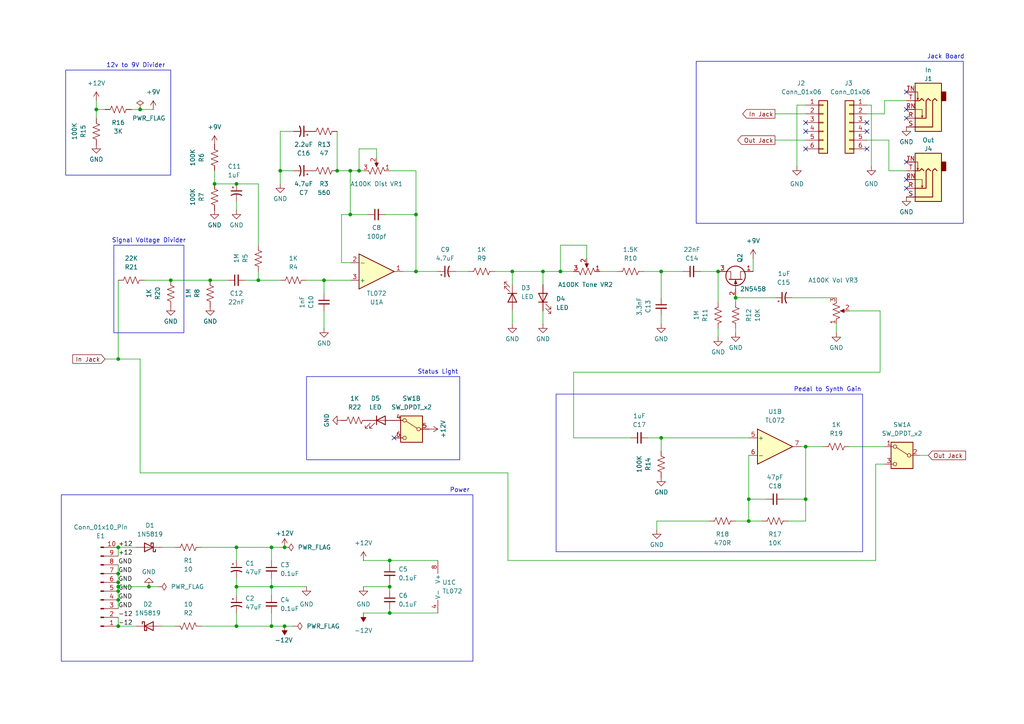
<source format=kicad_sch>
(kicad_sch (version 20250114) (generator "eeschema") (generator_version "9.0")
  (paper "A4")
  (title_block (title "Cat Distortion") (rev "1"))
  (lib_symbols
    (symbol "Amplifier_Operational:TL072" (pin_names (offset 0.127))
      (property "Reference" "U" (at 0 5.08 0))
      (property "Value" "TL072" (at 0 -5.08 0))
      (symbol "TL072_1_1"
        (pin input line (at -7.62 2.54 0) (length 2.54) (name "+") (number "3"))
        (pin input line (at -7.62 -2.54 0) (length 2.54) (name "-") (number "2"))
        (pin output line (at 7.62 0 180) (length 2.54) (name "~") (number "1"))
      )
      (symbol "TL072_2_1"
        (pin input line (at -7.62 2.54 0) (length 2.54) (name "+") (number "5"))
        (pin input line (at -7.62 -2.54 0) (length 2.54) (name "-") (number "6"))
        (pin output line (at 7.62 0 180) (length 2.54) (name "~") (number "7"))
      )
      (symbol "TL072_3_1"
        (pin power_in line (at -2.54 7.62 270) (length 3.81) (name "V+") (number "8"))
        (pin power_in line (at -2.54 -7.62 90) (length 3.81) (name "V-") (number "4"))
      )
    )
    (symbol "Connector:Conn_01x10_Pin" (pin_names (offset 1.016) (hide yes))
      (property "Reference" "J" (at 0 12.7 0))
      (property "Value" "Conn_01x10_Pin" (at 0 -15.24 0))
      (symbol "Conn_01x10_Pin_1_1"
        (pin passive line (at 5.08 10.16 180) (length 3.81) (name "Pin_1") (number "1"))
        (pin passive line (at 5.08 7.62 180) (length 3.81) (name "Pin_2") (number "2"))
        (pin passive line (at 5.08 5.08 180) (length 3.81) (name "Pin_3") (number "3"))
        (pin passive line (at 5.08 2.54 180) (length 3.81) (name "Pin_4") (number "4"))
        (pin passive line (at 5.08 0 180) (length 3.81) (name "Pin_5") (number "5"))
        (pin passive line (at 5.08 -2.54 180) (length 3.81) (name "Pin_6") (number "6"))
        (pin passive line (at 5.08 -5.08 180) (length 3.81) (name "Pin_7") (number "7"))
        (pin passive line (at 5.08 -7.62 180) (length 3.81) (name "Pin_8") (number "8"))
        (pin passive line (at 5.08 -10.16 180) (length 3.81) (name "Pin_9") (number "9"))
        (pin passive line (at 5.08 -12.7 180) (length 3.81) (name "Pin_10") (number "10"))
      )
    )
    (symbol "Connector_Audio:AudioJack3_SwitchTR"
      (property "Reference" "J" (at 0 8.89 0))
      (property "Value" "AudioJack3_SwitchTR" (at 0 6.35 0))
      (symbol "AudioJack3_SwitchTR_1_1"
        (pin passive line (at 5.08 2.54 180) (length 2.54) (name "~") (number "S"))
        (pin passive line (at 5.08 0 180) (length 2.54) (name "~") (number "R"))
        (pin passive line (at 5.08 -2.54 180) (length 2.54) (name "~") (number "RN"))
        (pin passive line (at 5.08 -5.08 180) (length 2.54) (name "~") (number "T"))
        (pin passive line (at 5.08 -7.62 180) (length 2.54) (name "~") (number "TN"))
      )
    )
    (symbol "Connector_Generic:Conn_01x06" (pin_names (offset 1.016) (hide yes))
      (property "Reference" "J" (at 0 7.62 0))
      (property "Value" "Conn_01x06" (at 0 -10.16 0))
      (symbol "Conn_01x06_1_1"
        (pin passive line (at -5.08 5.08 0) (length 3.81) (name "Pin_1") (number "1"))
        (pin passive line (at -5.08 2.54 0) (length 3.81) (name "Pin_2") (number "2"))
        (pin passive line (at -5.08 0 0) (length 3.81) (name "Pin_3") (number "3"))
        (pin passive line (at -5.08 -2.54 0) (length 3.81) (name "Pin_4") (number "4"))
        (pin passive line (at -5.08 -5.08 0) (length 3.81) (name "Pin_5") (number "5"))
        (pin passive line (at -5.08 -7.62 0) (length 3.81) (name "Pin_6") (number "6"))
      )
    )
    (symbol "Device:C_Polarized_Small_US" (pin_numbers (hide yes)) (pin_names (offset 0.254) (hide yes))
      (property "Reference" "C" (at 0.254 1.778 0))
      (property "Value" "C_Polarized_Small_US" (at 0.254 -2.032 0))
      (symbol "C_Polarized_Small_US_1_1"
        (pin passive line (at 0 2.54 270) (length 2.032) (name "~") (number "1"))
        (pin passive line (at 0 -2.54 90) (length 2.032) (name "~") (number "2"))
      )
    )
    (symbol "Device:C_Small" (pin_numbers (hide yes)) (pin_names (offset 0.254) (hide yes))
      (property "Reference" "C" (at 0.254 1.778 0))
      (property "Value" "C_Small" (at 0.254 -2.032 0))
      (symbol "C_Small_1_1"
        (pin passive line (at 0 2.54 270) (length 2.032) (name "~") (number "1"))
        (pin passive line (at 0 -2.54 90) (length 2.032) (name "~") (number "2"))
      )
    )
    (symbol "Device:LED" (pin_numbers (hide yes)) (pin_names (offset 1.016) (hide yes))
      (property "Reference" "D" (at 0 2.54 0))
      (property "Value" "LED" (at 0 -2.54 0))
      (symbol "LED_1_1"
        (pin passive line (at -3.81 0 0) (length 2.54) (name "K") (number "1"))
        (pin passive line (at 3.81 0 180) (length 2.54) (name "A") (number "2"))
      )
    )
    (symbol "Device:R_Potentiometer_US" (pin_names (offset 1.016) (hide yes))
      (property "Reference" "RV" (at -4.445 0 90))
      (property "Value" "R_Potentiometer_US" (at -2.54 0 90))
      (symbol "R_Potentiometer_US_1_1"
        (pin passive line (at 0 3.81 270) (length 1.27) (name "1") (number "1"))
        (pin passive line (at 0 -3.81 90) (length 1.27) (name "3") (number "3"))
        (pin passive line (at 3.81 0 180) (length 1.27) (name "2") (number "2"))
      )
    )
    (symbol "Device:R_US" (pin_numbers (hide yes)) (pin_names (offset 0))
      (property "Reference" "R" (at 2.54 0 90))
      (property "Value" "R_US" (at -2.54 0 90))
      (symbol "R_US_1_1"
        (pin passive line (at 0 3.81 270) (length 1.27) (name "~") (number "1"))
        (pin passive line (at 0 -3.81 90) (length 1.27) (name "~") (number "2"))
      )
    )
    (symbol "Diode:1N5819" (pin_numbers (hide yes)) (pin_names (offset 1.016) (hide yes))
      (property "Reference" "D" (at 0 2.54 0))
      (property "Value" "1N5819" (at 0 -2.54 0))
      (symbol "1N5819_1_1"
        (pin passive line (at -3.81 0 0) (length 2.54) (name "K") (number "1"))
        (pin passive line (at 3.81 0 180) (length 2.54) (name "A") (number "2"))
      )
    )
    (symbol "Switch:SW_DPDT_x2" (pin_names (offset 0) (hide yes))
      (property "Reference" "SW" (at 0 5.08 0))
      (property "Value" "SW_DPDT_x2" (at 0 -5.08 0))
      (symbol "SW_DPDT_x2_1_1"
        (pin passive line (at -5.08 0 0) (length 2.54) (name "B") (number "2"))
        (pin passive line (at 5.08 2.54 180) (length 2.54) (name "A") (number "1"))
        (pin passive line (at 5.08 -2.54 180) (length 2.54) (name "C") (number "3"))
      )
      (symbol "SW_DPDT_x2_2_1"
        (pin passive line (at -5.08 0 0) (length 2.54) (name "B") (number "5"))
        (pin passive line (at 5.08 2.54 180) (length 2.54) (name "A") (number "4"))
        (pin passive line (at 5.08 -2.54 180) (length 2.54) (name "C") (number "6"))
      )
    )
    (symbol "Transistor_FET:2N3819" (pin_names (hide yes))
      (property "Reference" "Q" (at 5.08 1.905 0))
      (property "Value" "2N3819" (at 5.08 0 0))
      (symbol "2N3819_1_1"
        (pin input line (at -5.08 0 0) (length 2.54) (name "G") (number "2"))
        (pin passive line (at 2.54 5.08 270) (length 2.54) (name "D") (number "1"))
        (pin passive line (at 2.54 -5.08 90) (length 2.54) (name "S") (number "3"))
      )
    )
    (symbol "power:+12V" (power) (pin_numbers (hide yes)) (pin_names (offset 0) (hide yes))
      (property "Value" "+12V" (at 0 3.556 0))
      (symbol "+12V_1_1"
        (pin power_in line (at 0 0 90) (length 0) (name "~") (number "1"))
      )
    )
    (symbol "power:+9V" (power) (pin_numbers (hide yes)) (pin_names (offset 0) (hide yes))
      (property "Value" "+9V" (at 0 3.556 0))
      (symbol "+9V_1_1"
        (pin power_in line (at 0 0 90) (length 0) (name "~") (number "1"))
      )
    )
    (symbol "power:-12V" (power) (pin_numbers (hide yes)) (pin_names (offset 0) (hide yes))
      (property "Value" "-12V" (at 0 3.556 0))
      (symbol "-12V_0_0"
        (pin power_in line (at 0 0 90) (length 0) (name "~") (number "1"))
      )
    )
    (symbol "power:GND" (power) (pin_numbers (hide yes)) (pin_names (offset 0) (hide yes))
      (property "Value" "GND" (at 0 -3.81 0))
      (symbol "GND_1_1"
        (pin power_in line (at 0 0 270) (length 0) (name "~") (number "1"))
      )
    )
    (symbol "power:PWR_FLAG" (power) (pin_numbers (hide yes)) (pin_names (offset 0) (hide yes))
      (property "Value" "PWR_FLAG" (at 0 3.81 0))
      (symbol "PWR_FLAG_0_0"
        (pin power_out line (at 0 0 90) (length 0) (name "~") (number "1"))
      )
    )
  )
  (rectangle (start 161.29 114.3) (end 250.19 160.02))
  (rectangle (start 17.78 143.51) (end 137.16 191.77))
  (rectangle (start 201.93 17.78) (end 279.4 64.77))
  (rectangle (start 33.02 71.12) (end 53.34 96.52))
  (rectangle (start 19.05 20.32) (end 49.53 50.8))
  (rectangle (start 88.9 109.22) (end 133.35 133.35))
  (text "Pedal to Synth Gain" (at 240.03 113.03 0) (effects (font (size 1.27 1.27))))
  (text "12v to 9V Divider\n" (at 39.37 19.05 0) (effects (font (size 1.27 1.27))))
  (text "Status Light\n" (at 127 107.95 0) (effects (font (size 1.27 1.27))))
  (text "Signal Voltage Divider" (at 43.18 69.85 0) (effects (font (size 1.27 1.27))))
  (text "Jack Board" (at 274.32 16.51 0) (effects (font (size 1.27 1.27))))
  (text "Power\n" (at 133.35 142.24 0) (effects (font (size 1.27 1.27))))
  (junction (at 68.58 53.34))
  (junction (at 208.28 78.74))
  (junction (at 78.74 170.18))
  (junction (at 78.74 158.75))
  (junction (at 104.14 49.53))
  (junction (at 34.29 170.18))
  (junction (at 162.56 78.74))
  (junction (at 191.77 127))
  (junction (at 68.58 158.75))
  (junction (at 120.65 62.23))
  (junction (at 27.94 31.75))
  (junction (at 68.58 181.61))
  (junction (at 101.6 49.53))
  (junction (at 74.93 81.28))
  (junction (at 34.29 181.61))
  (junction (at 113.03 162.56))
  (junction (at 157.48 78.74))
  (junction (at 191.77 78.74))
  (junction (at 78.74 181.61))
  (junction (at 34.29 166.37))
  (junction (at 101.6 62.23))
  (junction (at 217.17 144.78))
  (junction (at 233.68 144.78))
  (junction (at 233.68 129.54))
  (junction (at 82.55 158.75))
  (junction (at 34.29 158.75))
  (junction (at 213.36 86.36))
  (junction (at 34.29 173.99))
  (junction (at 97.79 49.53))
  (junction (at 40.64 31.75))
  (junction (at 120.65 78.74))
  (junction (at 113.03 177.8))
  (junction (at 34.29 171.45))
  (junction (at 93.98 81.28))
  (junction (at 81.28 49.53))
  (junction (at 34.29 168.91))
  (junction (at 49.53 81.28))
  (junction (at 34.29 104.14))
  (junction (at 82.55 181.61))
  (junction (at 68.58 170.18))
  (junction (at 62.23 53.34))
  (junction (at 148.59 78.74))
  (junction (at 217.17 151.13))
  (junction (at 60.96 81.28))
  (junction (at 43.18 170.18))
  (junction (at 113.03 170.18))
  (no_connect (at 262.89 46.99))
  (no_connect (at 251.46 35.56))
  (no_connect (at 251.46 38.1))
  (no_connect (at 233.68 38.1))
  (no_connect (at 233.68 43.18))
  (no_connect (at 262.89 26.67))
  (no_connect (at 251.46 43.18))
  (no_connect (at 262.89 52.07))
  (no_connect (at 233.68 35.56))
  (no_connect (at 262.89 34.29))
  (no_connect (at 114.3 127))
  (no_connect (at 262.89 31.75))
  (no_connect (at 262.89 54.61))
  (wire (pts (xy 255.27 90.17) (xy 255.27 107.95)))
  (wire (pts (xy 191.77 78.74) (xy 198.12 78.74)))
  (wire (pts (xy 147.32 162.56) (xy 147.32 137.16)))
  (wire (pts (xy 120.65 62.23) (xy 111.76 62.23)))
  (wire (pts (xy 251.46 40.64) (xy 257.81 40.64)))
  (wire (pts (xy 252.73 30.48) (xy 252.73 48.26)))
  (wire (pts (xy 68.58 181.61) (xy 78.74 181.61)))
  (wire (pts (xy 78.74 170.18) (xy 88.9 170.18)))
  (wire (pts (xy 170.18 71.12) (xy 162.56 71.12)))
  (wire (pts (xy 34.29 168.91) (xy 34.29 166.37)))
  (wire (pts (xy 120.65 62.23) (xy 120.65 78.74)))
  (wire (pts (xy 147.32 137.16) (xy 40.64 137.16)))
  (wire (pts (xy 213.36 151.13) (xy 217.17 151.13)))
  (wire (pts (xy 101.6 81.28) (xy 93.98 81.28)))
  (wire (pts (xy 246.38 90.17) (xy 255.27 90.17)))
  (wire (pts (xy 30.48 104.14) (xy 34.29 104.14)))
  (wire (pts (xy 256.54 29.21) (xy 262.89 29.21)))
  (wire (pts (xy 68.58 158.75) (xy 68.58 162.56)))
  (wire (pts (xy 68.58 170.18) (xy 68.58 172.72)))
  (wire (pts (xy 81.28 53.34) (xy 81.28 49.53)))
  (wire (pts (xy 217.17 144.78) (xy 217.17 151.13)))
  (wire (pts (xy 88.9 81.28) (xy 93.98 81.28)))
  (wire (pts (xy 71.12 81.28) (xy 74.93 81.28)))
  (wire (pts (xy 85.09 38.1) (xy 81.28 38.1)))
  (wire (pts (xy 34.29 173.99) (xy 34.29 171.45)))
  (wire (pts (xy 34.29 166.37) (xy 34.29 163.83)))
  (wire (pts (xy 224.79 33.02) (xy 233.68 33.02)))
  (wire (pts (xy 213.36 86.36) (xy 224.79 86.36)))
  (wire (pts (xy 191.77 127) (xy 217.17 127)))
  (wire (pts (xy 74.93 81.28) (xy 74.93 78.74)))
  (wire (pts (xy 58.42 181.61) (xy 68.58 181.61)))
  (wire (pts (xy 217.17 151.13) (xy 220.98 151.13)))
  (wire (pts (xy 242.57 93.98) (xy 242.57 96.52)))
  (wire (pts (xy 113.03 162.56) (xy 113.03 163.83)))
  (wire (pts (xy 213.36 86.36) (xy 213.36 87.63)))
  (wire (pts (xy 68.58 170.18) (xy 78.74 170.18)))
  (wire (pts (xy 229.87 86.36) (xy 242.57 86.36)))
  (wire (pts (xy 34.29 181.61) (xy 39.37 181.61)))
  (wire (pts (xy 208.28 78.74) (xy 208.28 87.63)))
  (wire (pts (xy 233.68 30.48) (xy 231.14 30.48)))
  (wire (pts (xy 97.79 38.1) (xy 97.79 49.53)))
  (wire (pts (xy 43.18 170.18) (xy 45.72 170.18)))
  (wire (pts (xy 105.41 177.8) (xy 113.03 177.8)))
  (wire (pts (xy 74.93 81.28) (xy 81.28 81.28)))
  (wire (pts (xy 113.03 162.56) (xy 127 162.56)))
  (wire (pts (xy 266.7 132.08) (xy 269.24 132.08)))
  (wire (pts (xy 62.23 53.34) (xy 68.58 53.34)))
  (wire (pts (xy 162.56 71.12) (xy 162.56 78.74)))
  (wire (pts (xy 208.28 95.25) (xy 208.28 97.79)))
  (wire (pts (xy 254 162.56) (xy 147.32 162.56)))
  (wire (pts (xy 78.74 170.18) (xy 78.74 172.72)))
  (wire (pts (xy 34.29 104.14) (xy 40.64 104.14)))
  (wire (pts (xy 191.77 78.74) (xy 186.69 78.74)))
  (wire (pts (xy 68.58 158.75) (xy 78.74 158.75)))
  (wire (pts (xy 34.29 176.53) (xy 34.29 173.99)))
  (wire (pts (xy 34.29 81.28) (xy 34.29 104.14)))
  (wire (pts (xy 104.14 43.18) (xy 104.14 49.53)))
  (wire (pts (xy 256.54 33.02) (xy 256.54 29.21)))
  (wire (pts (xy 246.38 129.54) (xy 256.54 129.54)))
  (wire (pts (xy 101.6 62.23) (xy 99.06 62.23)))
  (wire (pts (xy 78.74 177.8) (xy 78.74 181.61)))
  (wire (pts (xy 157.48 78.74) (xy 162.56 78.74)))
  (wire (pts (xy 81.28 38.1) (xy 81.28 49.53)))
  (wire (pts (xy 38.1 31.75) (xy 40.64 31.75)))
  (wire (pts (xy 41.91 81.28) (xy 49.53 81.28)))
  (wire (pts (xy 34.29 170.18) (xy 43.18 170.18)))
  (wire (pts (xy 101.6 62.23) (xy 106.68 62.23)))
  (wire (pts (xy 34.29 181.61) (xy 34.29 179.07)))
  (wire (pts (xy 132.08 78.74) (xy 135.89 78.74)))
  (wire (pts (xy 97.79 49.53) (xy 101.6 49.53)))
  (wire (pts (xy 233.68 129.54) (xy 232.41 129.54)))
  (wire (pts (xy 191.77 86.36) (xy 191.77 78.74)))
  (wire (pts (xy 113.03 177.8) (xy 127 177.8)))
  (wire (pts (xy 254 134.62) (xy 254 162.56)))
  (wire (pts (xy 191.77 127) (xy 191.77 130.81)))
  (wire (pts (xy 58.42 158.75) (xy 68.58 158.75)))
  (wire (pts (xy 251.46 33.02) (xy 256.54 33.02)))
  (wire (pts (xy 40.64 31.75) (xy 44.45 31.75)))
  (wire (pts (xy 93.98 90.17) (xy 93.98 95.25)))
  (wire (pts (xy 99.06 76.2) (xy 99.06 62.23)))
  (wire (pts (xy 233.68 151.13) (xy 233.68 144.78)))
  (wire (pts (xy 162.56 78.74) (xy 166.37 78.74)))
  (wire (pts (xy 109.22 45.72) (xy 109.22 43.18)))
  (wire (pts (xy 27.94 29.21) (xy 27.94 31.75)))
  (wire (pts (xy 257.81 40.64) (xy 257.81 49.53)))
  (wire (pts (xy 78.74 158.75) (xy 82.55 158.75)))
  (wire (pts (xy 34.29 161.29) (xy 34.29 158.75)))
  (wire (pts (xy 170.18 74.93) (xy 170.18 71.12)))
  (wire (pts (xy 74.93 71.12) (xy 74.93 53.34)))
  (wire (pts (xy 190.5 151.13) (xy 205.74 151.13)))
  (wire (pts (xy 105.41 162.56) (xy 113.03 162.56)))
  (wire (pts (xy 105.41 170.18) (xy 113.03 170.18)))
  (wire (pts (xy 228.6 151.13) (xy 233.68 151.13)))
  (wire (pts (xy 224.79 40.64) (xy 233.68 40.64)))
  (wire (pts (xy 157.48 82.55) (xy 157.48 78.74)))
  (wire (pts (xy 34.29 170.18) (xy 34.29 171.45)))
  (wire (pts (xy 101.6 62.23) (xy 101.6 49.53)))
  (wire (pts (xy 104.14 49.53) (xy 105.41 49.53)))
  (wire (pts (xy 231.14 30.48) (xy 231.14 48.26)))
  (wire (pts (xy 46.99 158.75) (xy 50.8 158.75)))
  (wire (pts (xy 148.59 82.55) (xy 148.59 78.74)))
  (wire (pts (xy 101.6 49.53) (xy 104.14 49.53)))
  (wire (pts (xy 68.58 58.42) (xy 68.58 60.96)))
  (wire (pts (xy 68.58 167.64) (xy 68.58 170.18)))
  (wire (pts (xy 233.68 129.54) (xy 238.76 129.54)))
  (wire (pts (xy 49.53 81.28) (xy 60.96 81.28)))
  (wire (pts (xy 46.99 181.61) (xy 50.8 181.61)))
  (wire (pts (xy 251.46 30.48) (xy 252.73 30.48)))
  (wire (pts (xy 68.58 177.8) (xy 68.58 181.61)))
  (wire (pts (xy 113.03 176.53) (xy 113.03 177.8)))
  (wire (pts (xy 191.77 91.44) (xy 191.77 93.98)))
  (wire (pts (xy 78.74 158.75) (xy 78.74 162.56)))
  (wire (pts (xy 99.06 76.2) (xy 101.6 76.2)))
  (wire (pts (xy 82.55 181.61) (xy 85.09 181.61)))
  (wire (pts (xy 34.29 158.75) (xy 39.37 158.75)))
  (wire (pts (xy 120.65 49.53) (xy 120.65 62.23)))
  (wire (pts (xy 60.96 81.28) (xy 66.04 81.28)))
  (wire (pts (xy 30.48 31.75) (xy 27.94 31.75)))
  (wire (pts (xy 213.36 95.25) (xy 213.36 96.52)))
  (wire (pts (xy 148.59 78.74) (xy 143.51 78.74)))
  (wire (pts (xy 255.27 107.95) (xy 166.37 107.95)))
  (wire (pts (xy 34.29 168.91) (xy 34.29 170.18)))
  (wire (pts (xy 217.17 144.78) (xy 222.25 144.78)))
  (wire (pts (xy 187.96 127) (xy 191.77 127)))
  (wire (pts (xy 78.74 181.61) (xy 82.55 181.61)))
  (wire (pts (xy 74.93 53.34) (xy 68.58 53.34)))
  (wire (pts (xy 93.98 81.28) (xy 93.98 85.09)))
  (wire (pts (xy 166.37 107.95) (xy 166.37 127)))
  (wire (pts (xy 157.48 90.17) (xy 157.48 93.98)))
  (wire (pts (xy 257.81 49.53) (xy 262.89 49.53)))
  (wire (pts (xy 157.48 78.74) (xy 148.59 78.74)))
  (wire (pts (xy 218.44 74.93) (xy 218.44 78.74)))
  (wire (pts (xy 256.54 134.62) (xy 254 134.62)))
  (wire (pts (xy 113.03 49.53) (xy 120.65 49.53)))
  (wire (pts (xy 27.94 31.75) (xy 27.94 34.29)))
  (wire (pts (xy 190.5 151.13) (xy 190.5 153.67)))
  (wire (pts (xy 40.64 137.16) (xy 40.64 104.14)))
  (wire (pts (xy 148.59 90.17) (xy 148.59 93.98)))
  (wire (pts (xy 166.37 127) (xy 182.88 127)))
  (wire (pts (xy 78.74 167.64) (xy 78.74 170.18)))
  (wire (pts (xy 120.65 78.74) (xy 127 78.74)))
  (wire (pts (xy 227.33 144.78) (xy 233.68 144.78)))
  (wire (pts (xy 113.03 168.91) (xy 113.03 170.18)))
  (wire (pts (xy 173.99 78.74) (xy 179.07 78.74)))
  (wire (pts (xy 116.84 78.74) (xy 120.65 78.74)))
  (wire (pts (xy 113.03 170.18) (xy 113.03 171.45)))
  (wire (pts (xy 208.28 78.74) (xy 203.2 78.74)))
  (wire (pts (xy 233.68 144.78) (xy 233.68 129.54)))
  (wire (pts (xy 109.22 43.18) (xy 104.14 43.18)))
  (wire (pts (xy 217.17 132.08) (xy 217.17 144.78)))
  (wire (pts (xy 81.28 49.53) (xy 85.09 49.53)))
  (wire (pts (xy 62.23 49.53) (xy 62.23 53.34)))
  (label "GND" (at 34.29 173.99 0))
  (label "GND" (at 34.29 166.37 0))
  (label "+12" (at 34.29 158.75 0))
  (label "-12" (at 34.29 179.07 0))
  (label "+12" (at 34.29 161.29 0))
  (label "GND" (at 34.29 171.45 0))
  (label "GND" (at 34.29 176.53 0))
  (label "GND" (at 34.29 168.91 0))
  (label "GND" (at 34.29 163.83 0))
  (label "-12" (at 34.29 181.61 0))
  (global_label "Out Jack" (shape input) (at 269.24 132.08 0) (property "Intersheetrefs" "${INTERSHEET_REFS}" (effects (hide yes))))
  (global_label "In Jack" (shape output) (at 224.79 33.02 180) (property "Intersheetrefs" "${INTERSHEET_REFS}" (effects (hide yes))))
  (global_label "Out Jack" (shape output) (at 224.79 40.64 180) (property "Intersheetrefs" "${INTERSHEET_REFS}" (effects (hide yes))))
  (global_label "In Jack" (shape input) (at 30.48 104.14 180) (property "Intersheetrefs" "${INTERSHEET_REFS}" (effects (hide yes))))
  (symbol (lib_id "Device:C_Small") (at 68.58 81.28 90) (unit 1)
    (property "Reference" "C12" (at 68.58 85.09 90))
    (property "Value" "22nF" (at 68.58 87.63 90))
    (property "Footprint" "AO_tht:C_Rect_L7.2mm_W2.5mm_P5.00mm_FKS2_FKP2_MKS2_MKP2" (effects (hide yes)))
    (property "Description" "Unpolarized capacitor, small symbol" (effects (hide yes)))
  )
  (symbol (lib_id "Device:R_US") (at 242.57 129.54 270) (unit 1)
    (property "Reference" "R19" (at 242.57 125.73 90))
    (property "Value" "1K" (at 242.57 123.19 90))
    (property "Footprint" "AO_tht:R_Axial_DIN0207_L6.3mm_D2.5mm_P10.16mm_Horizontal" (effects (hide yes)))
    (property "Description" "Resistor, US symbol" (effects (hide yes)))
  )
  (symbol (lib_id "Device:C_Small") (at 93.98 87.63 0) (unit 1)
    (property "Reference" "C10" (at 90.17 87.63 90))
    (property "Value" "1nF" (at 87.63 87.63 90))
    (property "Footprint" "AO_tht:C_Rect_L7.2mm_W2.5mm_P5.00mm_FKS2_FKP2_MKS2_MKP2" (effects (hide yes)))
    (property "Description" "Unpolarized capacitor, small symbol" (effects (hide yes)))
  )
  (symbol (lib_id "Device:C_Small") (at 113.03 173.99 0) (unit 1)
    (property "Reference" "C6" (at 115.57 172.7262 0) (effects (justify left)))
    (property "Value" "0.1uF" (at 115.57 175.2662 0) (effects (justify left)))
    (property "Footprint" "AO_tht:C_Disc_D3.0mm_W1.6mm_P2.50mm" (effects (hide yes)))
    (property "Description" "Unpolarized capacitor, small symbol" (effects (hide yes)))
  )
  (symbol (lib_id "Device:C_Small") (at 78.74 165.1 0) (unit 1)
    (property "Reference" "C3" (at 81.28 163.8362 0) (effects (justify left)))
    (property "Value" "0.1uF" (at 81.28 166.3762 0) (effects (justify left)))
    (property "Footprint" "AO_tht:C_Disc_D3.0mm_W1.6mm_P2.50mm" (effects (hide yes)))
    (property "Description" "Unpolarized capacitor, small symbol" (effects (hide yes)))
  )
  (symbol (lib_id "Device:C_Small") (at 200.66 78.74 90) (mirror x) (unit 1)
    (property "Reference" "C14" (at 200.66 74.93 90))
    (property "Value" "22nF" (at 200.66 72.39 90))
    (property "Footprint" "AO_tht:C_Rect_L7.2mm_W2.5mm_P5.00mm_FKS2_FKP2_MKS2_MKP2" (effects (hide yes)))
    (property "Description" "Unpolarized capacitor, small symbol" (effects (hide yes)))
  )
  (symbol (lib_id "Device:C_Polarized_Small_US") (at 87.63 38.1 270) (mirror x) (unit 1)
    (property "Reference" "C16" (at 88.0618 44.45 90))
    (property "Value" "2.2uF" (at 88.0618 41.91 90))
    (property "Footprint" "Capacitor_THT:CP_Radial_D5.0mm_P2.50mm" (effects (hide yes)))
    (property "Description" "Polarized capacitor, small US symbol" (effects (hide yes)))
  )
  (symbol (lib_id "power:GND") (at 49.53 88.9 0) (mirror y) (unit 1)
    (property "Reference" "#PWR032" (effects (hide yes)))
    (property "Value" "GND" (at 47.498 93.218 0) (effects (justify right)))
    (property "Description" "Power symbol creates a global label with name \"GND\" , ground" (effects (hide yes)))
  )
  (symbol (lib_id "Device:C_Polarized_Small_US") (at 227.33 86.36 90) (unit 1)
    (property "Reference" "C15" (at 229.235 81.915 90) (effects (justify left)))
    (property "Value" "1uF" (at 229.235 79.375 90) (effects (justify left)))
    (property "Footprint" "Capacitor_THT:CP_Radial_D5.0mm_P2.50mm" (effects (hide yes)))
    (property "Description" "Polarized capacitor, small US symbol" (effects (hide yes)))
  )
  (symbol (lib_id "Device:C_Small") (at 191.77 88.9 0) (unit 1)
    (property "Reference" "C13" (at 187.96 88.9 90))
    (property "Value" "3.3nF" (at 185.42 88.9 90))
    (property "Footprint" "AO_tht:C_Rect_L7.2mm_W2.5mm_P5.00mm_FKS2_FKP2_MKS2_MKP2" (effects (hide yes)))
    (property "Description" "Unpolarized capacitor, small symbol" (effects (hide yes)))
  )
  (symbol (lib_id "Device:R_US") (at 62.23 45.72 0) (unit 1)
    (property "Reference" "R6" (at 58.42 45.72 90))
    (property "Value" "100K" (at 55.88 45.72 90))
    (property "Footprint" "AO_tht:R_Axial_DIN0207_L6.3mm_D2.5mm_P10.16mm_Horizontal" (effects (hide yes)))
    (property "Description" "Resistor, US symbol" (effects (hide yes)))
  )
  (symbol (lib_id "Device:R_US") (at 191.77 134.62 0) (unit 1)
    (property "Reference" "R14" (at 187.96 134.62 90))
    (property "Value" "100K" (at 185.42 134.62 90))
    (property "Footprint" "AO_tht:R_Axial_DIN0207_L6.3mm_D2.5mm_P10.16mm_Horizontal" (effects (hide yes)))
    (property "Description" "Resistor, US symbol" (effects (hide yes)))
  )
  (symbol (lib_id "Device:C_Small") (at 78.74 175.26 0) (unit 1)
    (property "Reference" "C4" (at 81.28 173.9962 0) (effects (justify left)))
    (property "Value" "0.1uF" (at 81.28 176.5362 0) (effects (justify left)))
    (property "Footprint" "AO_tht:C_Disc_D3.0mm_W1.6mm_P2.50mm" (effects (hide yes)))
    (property "Description" "Unpolarized capacitor, small symbol" (effects (hide yes)))
  )
  (symbol (lib_id "Device:R_US") (at 54.61 158.75 90) (unit 1)
    (property "Reference" "R1" (at 54.61 162.56 90))
    (property "Value" "10" (at 54.61 165.1 90))
    (property "Footprint" "AO_tht:R_Axial_DIN0207_L6.3mm_D2.5mm_P10.16mm_Horizontal" (effects (hide yes)))
    (property "Description" "Resistor, US symbol" (effects (hide yes)))
  )
  (symbol (lib_id "Device:C_Polarized_Small_US") (at 68.58 165.1 0) (unit 1)
    (property "Reference" "C1" (at 71.12 163.3981 0) (effects (justify left)))
    (property "Value" "47uF" (at 71.12 165.9381 0) (effects (justify left)))
    (property "Footprint" "Capacitor_THT:CP_Radial_D5.0mm_P2.50mm" (effects (hide yes)))
    (property "Description" "Polarized capacitor, small US symbol" (effects (hide yes)))
  )
  (symbol (lib_id "Device:C_Polarized_Small_US") (at 129.54 78.74 90) (unit 1)
    (property "Reference" "C9" (at 129.1082 72.39 90))
    (property "Value" "4.7uF" (at 129.1082 74.93 90))
    (property "Footprint" "Capacitor_THT:CP_Radial_D5.0mm_P2.50mm" (effects (hide yes)))
    (property "Description" "Polarized capacitor, small US symbol" (effects (hide yes)))
  )
  (symbol (lib_id "Device:R_US") (at 54.61 181.61 90) (mirror x) (unit 1)
    (property "Reference" "R2" (at 54.61 177.8 90))
    (property "Value" "10" (at 54.61 175.26 90))
    (property "Footprint" "AO_tht:R_Axial_DIN0207_L6.3mm_D2.5mm_P10.16mm_Horizontal" (effects (hide yes)))
    (property "Description" "Resistor, US symbol" (effects (hide yes)))
  )
  (symbol (lib_id "power:GND") (at 191.77 93.98 0) (mirror y) (unit 1)
    (property "Reference" "#PWR019" (effects (hide yes)))
    (property "Value" "GND" (at 189.738 98.298 0) (effects (justify right)))
    (property "Description" "Power symbol creates a global label with name \"GND\" , ground" (effects (hide yes)))
  )
  (symbol (lib_id "power:GND") (at 191.77 138.43 0) (mirror y) (unit 1)
    (property "Reference" "#PWR026" (effects (hide yes)))
    (property "Value" "GND" (at 189.738 142.748 0) (effects (justify right)))
    (property "Description" "Power symbol creates a global label with name \"GND\" , ground" (effects (hide yes)))
  )
  (symbol (lib_id "Switch:SW_DPDT_x2") (at 119.38 124.46 0) (mirror y) (unit 2)
    (property "Reference" "SW1" (at 119.38 115.57 0))
    (property "Value" "SW_DPDT_x2" (at 119.38 118.11 0))
    (property "Footprint" "AO_tht:DPDT-toggle-switch-1M-seriesx" (effects (hide yes)))
    (property "Description" "Switch, dual pole double throw, separate symbols" (effects (hide yes)))
  )
  (symbol (lib_id "Device:R_US") (at 60.96 85.09 0) (unit 1)
    (property "Reference" "R8" (at 57.15 85.09 90))
    (property "Value" "1M" (at 54.61 85.09 90))
    (property "Footprint" "AO_tht:R_Axial_DIN0207_L6.3mm_D2.5mm_P10.16mm_Horizontal" (effects (hide yes)))
    (property "Description" "Resistor, US symbol" (effects (hide yes)))
  )
  (symbol (lib_id "Device:R_US") (at 38.1 81.28 270) (unit 1)
    (property "Reference" "R21" (at 38.1 77.47 90))
    (property "Value" "22K" (at 38.1 74.93 90))
    (property "Footprint" "AO_tht:R_Axial_DIN0207_L6.3mm_D2.5mm_P10.16mm_Horizontal" (effects (hide yes)))
    (property "Description" "Resistor, US symbol" (effects (hide yes)))
  )
  (symbol (lib_id "Device:C_Small") (at 109.22 62.23 90) (unit 1)
    (property "Reference" "C8" (at 109.22 66.04 90))
    (property "Value" "100pf" (at 109.22 68.58 90))
    (property "Footprint" "AO_tht:C_Disc_D3.0mm_W1.6mm_P2.50mm" (effects (hide yes)))
    (property "Description" "Unpolarized capacitor, small symbol" (effects (hide yes)))
  )
  (symbol (lib_id "Device:R_Potentiometer_US") (at 109.22 49.53 270) (mirror x) (unit 1)
    (property "Reference" "VR1" (at 116.84 53.34 90) (effects (justify right)))
    (property "Value" "A100K Dist" (at 112.395 53.34 90) (effects (justify right)))
    (property "Footprint" "AO_tht:Potentiometer_Alpha_RD901F-40-00D_Single_Vertical" (effects (hide yes)))
    (property "Description" "Potentiometer, US symbol" (effects (hide yes)))
  )
  (symbol (lib_id "Device:R_US") (at 85.09 81.28 270) (unit 1)
    (property "Reference" "R4" (at 85.09 77.47 90))
    (property "Value" "1K" (at 85.09 74.93 90))
    (property "Footprint" "AO_tht:R_Axial_DIN0207_L6.3mm_D2.5mm_P10.16mm_Horizontal" (effects (hide yes)))
    (property "Description" "Resistor, US symbol" (effects (hide yes)))
  )
  (symbol (lib_id "power:PWR_FLAG") (at 85.09 181.61 270) (mirror x) (unit 1)
    (property "Reference" "#FLG03" (effects (hide yes)))
    (property "Value" "PWR_FLAG" (at 88.9 181.6101 90) (effects (justify left)))
    (property "Description" "Special symbol for telling ERC where power comes from" (effects (hide yes)))
  )
  (symbol (lib_id "power:+12V") (at 82.55 158.75 0) (mirror y) (unit 1)
    (property "Reference" "#PWR02" (effects (hide yes)))
    (property "Value" "+12V" (at 82.55 154.686 0))
    (property "Description" "Power symbol creates a global label with name \"+12V\"" (effects (hide yes)))
  )
  (symbol (lib_id "Device:R_Potentiometer_US") (at 242.57 90.17 0) (mirror x) (unit 1)
    (property "Reference" "VR3" (at 248.92 81.28 0) (effects (justify right)))
    (property "Value" "A100K Vol" (at 244.475 81.28 0) (effects (justify right)))
    (property "Footprint" "AO_tht:Potentiometer_Alpha_RD901F-40-00D_Single_Vertical" (effects (hide yes)))
    (property "Description" "Potentiometer, US symbol" (effects (hide yes)))
  )
  (symbol (lib_id "Device:C_Polarized_Small_US") (at 68.58 175.26 0) (unit 1)
    (property "Reference" "C2" (at 71.12 173.5581 0) (effects (justify left)))
    (property "Value" "47uF" (at 71.12 176.0981 0) (effects (justify left)))
    (property "Footprint" "Capacitor_THT:CP_Radial_D5.0mm_P2.50mm" (effects (hide yes)))
    (property "Description" "Polarized capacitor, small US symbol" (effects (hide yes)))
  )
  (symbol (lib_id "Device:C_Polarized_Small_US") (at 68.58 55.88 0) (unit 1)
    (property "Reference" "C11" (at 66.04 48.26 0) (effects (justify left)))
    (property "Value" "1uF" (at 66.04 50.8 0) (effects (justify left)))
    (property "Footprint" "Capacitor_THT:CP_Radial_D5.0mm_P2.50mm" (effects (hide yes)))
    (property "Description" "Polarized capacitor, small US symbol" (effects (hide yes)))
  )
  (symbol (lib_id "Device:R_US") (at 93.98 49.53 90) (unit 1)
    (property "Reference" "R3" (at 93.98 53.34 90))
    (property "Value" "560" (at 93.98 55.88 90))
    (property "Footprint" "AO_tht:R_Axial_DIN0207_L6.3mm_D2.5mm_P10.16mm_Horizontal" (effects (hide yes)))
    (property "Description" "Resistor, US symbol" (effects (hide yes)))
  )
  (symbol (lib_id "power:GND") (at 213.36 96.52 0) (mirror y) (unit 1)
    (property "Reference" "#PWR022" (effects (hide yes)))
    (property "Value" "GND" (at 211.328 100.838 0) (effects (justify right)))
    (property "Description" "Power symbol creates a global label with name \"GND\" , ground" (effects (hide yes)))
  )
  (symbol (lib_id "power:GND") (at 62.23 60.96 0) (mirror y) (unit 1)
    (property "Reference" "#PWR013" (effects (hide yes)))
    (property "Value" "GND" (at 60.198 65.278 0) (effects (justify right)))
    (property "Description" "Power symbol creates a global label with name \"GND\" , ground" (effects (hide yes)))
  )
  (symbol (lib_id "Connector_Generic:Conn_01x06") (at 246.38 35.56 0) (mirror y) (unit 1)
    (property "Reference" "J3" (at 246.126 24.13 0))
    (property "Value" "Conn_01x06" (at 246.634 26.67 0))
    (property "Footprint" "Centred:PinHeader_1x06_P2.54mm_Vertical_Centre" (effects (hide yes)))
    (property "Description" "Generic connector, single row, 01x06, script generated (kicad-library-utils/schlib/autogen/connector/)" (effects (hide yes)))
  )
  (symbol (lib_id "power:GND") (at 252.73 48.26 0) (unit 1)
    (property "Reference" "#PWR09" (effects (hide yes)))
    (property "Value" "GND" (at 252.73 53.34 0))
    (property "Description" "Power symbol creates a global label with name \"GND\" , ground" (effects (hide yes)))
  )
  (symbol (lib_id "Device:R_US") (at 62.23 57.15 0) (unit 1)
    (property "Reference" "R7" (at 58.42 57.15 90))
    (property "Value" "100K" (at 55.88 57.15 90))
    (property "Footprint" "AO_tht:R_Axial_DIN0207_L6.3mm_D2.5mm_P10.16mm_Horizontal" (effects (hide yes)))
    (property "Description" "Resistor, US symbol" (effects (hide yes)))
  )
  (symbol (lib_id "power:+12V") (at 124.46 124.46 270) (mirror x) (unit 1)
    (property "Reference" "#PWR023" (effects (hide yes)))
    (property "Value" "+12V" (at 128.524 124.46 0))
    (property "Description" "Power symbol creates a global label with name \"+12V\"" (effects (hide yes)))
  )
  (symbol (lib_id "power:GND") (at 105.41 170.18 0) (unit 1)
    (property "Reference" "#PWR06" (effects (hide yes)))
    (property "Value" "GND" (at 105.41 175.26 0))
    (property "Description" "Power symbol creates a global label with name \"GND\" , ground" (effects (hide yes)))
  )
  (symbol (lib_id "power:-12V") (at 82.55 181.61 0) (mirror x) (unit 1)
    (property "Reference" "#PWR03" (effects (hide yes)))
    (property "Value" "-12V" (at 82.296 185.674 0))
    (property "Description" "Power symbol creates a global label with name \"-12V\"" (effects (hide yes)))
  )
  (symbol (lib_id "Diode:1N5819") (at 43.18 181.61 0) (unit 1)
    (property "Reference" "D2" (at 42.8625 175.26 0))
    (property "Value" "1N5819" (at 42.8625 177.8 0))
    (property "Footprint" "Diode_THT:D_DO-41_SOD81_P10.16mm_Horizontal" (effects (hide yes)))
    (property "Datasheet" "http://www.vishay.com/docs/88525/1n5817.pdf" (effects (hide yes)))
    (property "Description" "40V 1A Schottky Barrier Rectifier Diode, DO-41" (effects (hide yes)))
  )
  (symbol (lib_id "Device:R_US") (at 209.55 151.13 90) (unit 1)
    (property "Reference" "R18" (at 209.55 154.94 90))
    (property "Value" "470R" (at 209.55 157.48 90))
    (property "Footprint" "AO_tht:R_Axial_DIN0207_L6.3mm_D2.5mm_P10.16mm_Horizontal" (effects (hide yes)))
    (property "Description" "Resistor, US symbol" (effects (hide yes)))
  )
  (symbol (lib_id "Connector_Audio:AudioJack3_SwitchTR") (at 267.97 34.29 180) (unit 1)
    (property "Reference" "J1" (at 269.24 22.86 0))
    (property "Value" "In" (at 269.24 20.32 0))
    (property "Footprint" "AO_tht:Jack_6.35mm_PJ_629HAN" (effects (hide yes)))
    (property "Description" "Audio Jack, 3 Poles (Stereo / TRS), Switched TR Poles (Normalling)" (effects (hide yes)))
  )
  (symbol (lib_id "Device:R_US") (at 27.94 38.1 0) (unit 1)
    (property "Reference" "R15" (at 24.13 38.1 90))
    (property "Value" "100K" (at 21.59 38.1 90))
    (property "Footprint" "AO_tht:R_Axial_DIN0207_L6.3mm_D2.5mm_P10.16mm_Horizontal" (effects (hide yes)))
    (property "Description" "Resistor, US symbol" (effects (hide yes)))
  )
  (symbol (lib_id "Device:R_US") (at 224.79 151.13 90) (unit 1)
    (property "Reference" "R17" (at 224.79 154.94 90))
    (property "Value" "10K" (at 224.79 157.48 90))
    (property "Footprint" "AO_tht:R_Axial_DIN0207_L6.3mm_D2.5mm_P10.16mm_Horizontal" (effects (hide yes)))
    (property "Description" "Resistor, US symbol" (effects (hide yes)))
  )
  (symbol (lib_id "power:PWR_FLAG") (at 82.55 158.75 270) (mirror x) (unit 1)
    (property "Reference" "#FLG02" (effects (hide yes)))
    (property "Value" "PWR_FLAG" (at 86.36 158.7501 90) (effects (justify left)))
    (property "Description" "Special symbol for telling ERC where power comes from" (effects (hide yes)))
  )
  (symbol (lib_id "power:GND") (at 208.28 97.79 0) (mirror y) (unit 1)
    (property "Reference" "#PWR020" (effects (hide yes)))
    (property "Value" "GND" (at 206.248 102.108 0) (effects (justify right)))
    (property "Description" "Power symbol creates a global label with name \"GND\" , ground" (effects (hide yes)))
  )
  (symbol (lib_id "Amplifier_Operational:TL072") (at 109.22 78.74 0) (mirror x) (unit 1)
    (property "Reference" "U1" (at 109.22 87.63 0))
    (property "Value" "TL072" (at 109.22 85.09 0))
    (property "Footprint" "AO_tht:DIP-8_W7.62mm_Socket_LongPads" (effects (hide yes)))
    (property "Datasheet" "http://www.ti.com/lit/ds/symlink/tl071.pdf" (effects (hide yes)))
    (property "Description" "Dual Low-Noise JFET-Input Operational Amplifiers, DIP-8/SOIC-8" (effects (hide yes)))
  )
  (symbol (lib_id "power:GND") (at 81.28 53.34 0) (mirror y) (unit 1)
    (property "Reference" "#PWR010" (effects (hide yes)))
    (property "Value" "GND" (at 79.248 57.658 0) (effects (justify right)))
    (property "Description" "Power symbol creates a global label with name \"GND\" , ground" (effects (hide yes)))
  )
  (symbol (lib_id "Device:R_US") (at 208.28 91.44 0) (mirror x) (unit 1)
    (property "Reference" "R11" (at 204.47 91.44 90))
    (property "Value" "1M" (at 201.93 91.44 90))
    (property "Footprint" "AO_tht:R_Axial_DIN0207_L6.3mm_D2.5mm_P10.16mm_Horizontal" (effects (hide yes)))
    (property "Description" "Resistor, US symbol" (effects (hide yes)))
  )
  (symbol (lib_id "Switch:SW_DPDT_x2") (at 261.62 132.08 0) (mirror y) (unit 1)
    (property "Reference" "SW1" (at 261.62 123.19 0))
    (property "Value" "SW_DPDT_x2" (at 261.62 125.73 0))
    (property "Footprint" "AO_tht:DPDT-toggle-switch-1M-seriesx" (effects (hide yes)))
    (property "Description" "Switch, dual pole double throw, separate symbols" (effects (hide yes)))
  )
  (symbol (lib_id "Device:LED") (at 148.59 86.36 270) (unit 1)
    (property "Reference" "D3" (at 151.13 83.5024 90) (effects (justify left)))
    (property "Value" "LED" (at 151.13 86.0424 90) (effects (justify left)))
    (property "Footprint" "AO_tht:LED_D5.0mm" (effects (hide yes)))
    (property "Description" "Light emitting diode" (effects (hide yes)))
  )
  (symbol (lib_id "power:+9V") (at 218.44 74.93 0) (unit 1)
    (property "Reference" "#PWR021" (effects (hide yes)))
    (property "Value" "+9V" (at 218.44 69.85 0))
    (property "Description" "Power symbol creates a global label with name \"+9V\"" (effects (hide yes)))
  )
  (symbol (lib_id "Connector:Conn_01x10_Pin") (at 29.21 171.45 0) (mirror x) (unit 1)
    (property "Reference" "E1" (at 29.21 155.448 0))
    (property "Value" "Conn_01x10_Pin" (at 29.21 152.908 0))
    (property "Footprint" "4ms_Connector:Pins_2x05_2.54mm_TH_EurorackPower_Shrouded" (effects (hide yes)))
    (property "Description" "Generic connector, single row, 01x10, script generated" (effects (hide yes)))
  )
  (symbol (lib_id "Device:R_Potentiometer_US") (at 170.18 78.74 270) (mirror x) (unit 1)
    (property "Reference" "VR2" (at 177.8 82.55 90) (effects (justify right)))
    (property "Value" "A100K Tone" (at 173.355 82.55 90) (effects (justify right)))
    (property "Footprint" "AO_tht:Potentiometer_Alpha_RD901F-40-00D_Single_Vertical" (effects (hide yes)))
    (property "Description" "Potentiometer, US symbol" (effects (hide yes)))
  )
  (symbol (lib_id "Device:R_US") (at 182.88 78.74 270) (unit 1)
    (property "Reference" "R10" (at 182.88 74.93 90))
    (property "Value" "1.5K" (at 182.88 72.39 90))
    (property "Footprint" "AO_tht:R_Axial_DIN0207_L6.3mm_D2.5mm_P10.16mm_Horizontal" (effects (hide yes)))
    (property "Description" "Resistor, US symbol" (effects (hide yes)))
  )
  (symbol (lib_id "power:GND") (at 262.89 57.15 0) (mirror y) (unit 1)
    (property "Reference" "#PWR025" (effects (hide yes)))
    (property "Value" "GND" (at 260.858 61.468 0) (effects (justify right)))
    (property "Description" "Power symbol creates a global label with name \"GND\" , ground" (effects (hide yes)))
  )
  (symbol (lib_id "Device:LED") (at 110.49 121.92 0) (unit 1)
    (property "Reference" "D5" (at 108.9025 115.57 0))
    (property "Value" "LED" (at 108.9025 118.11 0))
    (property "Footprint" "AO_tht:LED_D5.0mm" (effects (hide yes)))
    (property "Description" "Light emitting diode" (effects (hide yes)))
  )
  (symbol (lib_id "power:GND") (at 88.9 170.18 0) (unit 1)
    (property "Reference" "#PWR04" (effects (hide yes)))
    (property "Value" "GND" (at 88.9 175.26 0))
    (property "Description" "Power symbol creates a global label with name \"GND\" , ground" (effects (hide yes)))
  )
  (symbol (lib_id "power:GND") (at 60.96 88.9 0) (mirror y) (unit 1)
    (property "Reference" "#PWR016" (effects (hide yes)))
    (property "Value" "GND" (at 58.928 93.218 0) (effects (justify right)))
    (property "Description" "Power symbol creates a global label with name \"GND\" , ground" (effects (hide yes)))
  )
  (symbol (lib_id "Connector_Audio:AudioJack3_SwitchTR") (at 267.97 54.61 180) (unit 1)
    (property "Reference" "J4" (at 269.24 43.18 0))
    (property "Value" "Out" (at 269.24 40.64 0))
    (property "Footprint" "AO_tht:Jack_6.35mm_PJ_629HAN" (effects (hide yes)))
    (property "Description" "Audio Jack, 3 Poles (Stereo / TRS), Switched TR Poles (Normalling)" (effects (hide yes)))
  )
  (symbol (lib_id "Device:R_US") (at 93.98 38.1 90) (unit 1)
    (property "Reference" "R13" (at 93.98 41.91 90))
    (property "Value" "47" (at 93.98 44.45 90))
    (property "Footprint" "AO_tht:R_Axial_DIN0207_L6.3mm_D2.5mm_P10.16mm_Horizontal" (effects (hide yes)))
    (property "Description" "Resistor, US symbol" (effects (hide yes)))
  )
  (symbol (lib_id "Device:C_Small") (at 224.79 144.78 270) (unit 1)
    (property "Reference" "C18" (at 224.79 140.97 90))
    (property "Value" "47pF" (at 224.79 138.43 90))
    (property "Footprint" "AO_tht:C_Disc_D3.0mm_W1.6mm_P2.50mm" (effects (hide yes)))
    (property "Description" "Unpolarized capacitor, small symbol" (effects (hide yes)))
  )
  (symbol (lib_id "power:PWR_FLAG") (at 40.64 31.75 0) (mirror y) (unit 1)
    (property "Reference" "#FLG04" (effects (hide yes)))
    (property "Value" "PWR_FLAG" (at 43.18 34.29 0))
    (property "Description" "Special symbol for telling ERC where power comes from" (effects (hide yes)))
  )
  (symbol (lib_id "Device:R_US") (at 74.93 74.93 0) (unit 1)
    (property "Reference" "R5" (at 71.12 74.93 90))
    (property "Value" "1M" (at 68.58 74.93 90))
    (property "Footprint" "AO_tht:R_Axial_DIN0207_L6.3mm_D2.5mm_P10.16mm_Horizontal" (effects (hide yes)))
    (property "Description" "Resistor, US symbol" (effects (hide yes)))
  )
  (symbol (lib_id "power:GND") (at 242.57 96.52 0) (mirror y) (unit 1)
    (property "Reference" "#PWR024" (effects (hide yes)))
    (property "Value" "GND" (at 240.538 100.838 0) (effects (justify right)))
    (property "Description" "Power symbol creates a global label with name \"GND\" , ground" (effects (hide yes)))
  )
  (symbol (lib_id "Amplifier_Operational:TL072") (at 224.79 129.54 0) (unit 2)
    (property "Reference" "U1" (at 224.79 119.38 0))
    (property "Value" "TL072" (at 224.79 121.92 0))
    (property "Footprint" "AO_tht:DIP-8_W7.62mm_Socket_LongPads" (effects (hide yes)))
    (property "Datasheet" "http://www.ti.com/lit/ds/symlink/tl071.pdf" (effects (hide yes)))
    (property "Description" "Dual Low-Noise JFET-Input Operational Amplifiers, DIP-8/SOIC-8" (effects (hide yes)))
  )
  (symbol (lib_id "Diode:1N5819") (at 43.18 158.75 180) (unit 1)
    (property "Reference" "D1" (at 43.4975 152.4 0))
    (property "Value" "1N5819" (at 43.4975 154.94 0))
    (property "Footprint" "Diode_THT:D_DO-41_SOD81_P10.16mm_Horizontal" (effects (hide yes)))
    (property "Datasheet" "http://www.vishay.com/docs/88525/1n5817.pdf" (effects (hide yes)))
    (property "Description" "40V 1A Schottky Barrier Rectifier Diode, DO-41" (effects (hide yes)))
  )
  (symbol (lib_id "power:GND") (at 68.58 60.96 0) (mirror y) (unit 1)
    (property "Reference" "#PWR014" (effects (hide yes)))
    (property "Value" "GND" (at 66.548 65.278 0) (effects (justify right)))
    (property "Description" "Power symbol creates a global label with name \"GND\" , ground" (effects (hide yes)))
  )
  (symbol (lib_id "power:GND") (at 99.06 121.92 270) (mirror x) (unit 1)
    (property "Reference" "#PWR030" (effects (hide yes)))
    (property "Value" "GND" (at 94.742 119.888 0) (effects (justify right)))
    (property "Description" "Power symbol creates a global label with name \"GND\" , ground" (effects (hide yes)))
  )
  (symbol (lib_id "Connector_Generic:Conn_01x06") (at 238.76 35.56 0) (unit 1)
    (property "Reference" "J2" (at 231.14 24.13 0) (effects (justify left)))
    (property "Value" "Conn_01x06" (at 226.568 26.67 0) (effects (justify left)))
    (property "Footprint" "Centred:PinHeader_1x06_P2.54mm_Vertical_Centre" (effects (hide yes)))
    (property "Description" "Generic connector, single row, 01x06, script generated (kicad-library-utils/schlib/autogen/connector/)" (effects (hide yes)))
  )
  (symbol (lib_id "Device:R_US") (at 213.36 91.44 180) (unit 1)
    (property "Reference" "R12" (at 217.17 91.44 90))
    (property "Value" "10K" (at 219.71 91.44 90))
    (property "Footprint" "AO_tht:R_Axial_DIN0207_L6.3mm_D2.5mm_P10.16mm_Horizontal" (effects (hide yes)))
    (property "Description" "Resistor, US symbol" (effects (hide yes)))
  )
  (symbol (lib_id "Device:LED") (at 157.48 86.36 90) (unit 1)
    (property "Reference" "D4" (at 161.29 86.6774 90) (effects (justify right)))
    (property "Value" "LED" (at 161.29 89.2174 90) (effects (justify right)))
    (property "Footprint" "AO_tht:LED_D5.0mm" (effects (hide yes)))
    (property "Description" "Light emitting diode" (effects (hide yes)))
  )
  (symbol (lib_id "power:GND") (at 231.14 48.26 0) (unit 1)
    (property "Reference" "#PWR08" (effects (hide yes)))
    (property "Value" "GND" (at 231.14 53.34 0))
    (property "Description" "Power symbol creates a global label with name \"GND\" , ground" (effects (hide yes)))
  )
  (symbol (lib_id "power:+9V") (at 44.45 31.75 0) (unit 1)
    (property "Reference" "#PWR028" (effects (hide yes)))
    (property "Value" "+9V" (at 44.45 26.67 0))
    (property "Description" "Power symbol creates a global label with name \"+9V\"" (effects (hide yes)))
  )
  (symbol (lib_id "power:GND") (at 27.94 41.91 0) (mirror y) (unit 1)
    (property "Reference" "#PWR027" (effects (hide yes)))
    (property "Value" "GND" (at 25.908 46.228 0) (effects (justify right)))
    (property "Description" "Power symbol creates a global label with name \"GND\" , ground" (effects (hide yes)))
  )
  (symbol (lib_id "power:GND") (at 157.48 93.98 0) (mirror y) (unit 1)
    (property "Reference" "#PWR018" (effects (hide yes)))
    (property "Value" "GND" (at 155.448 98.298 0) (effects (justify right)))
    (property "Description" "Power symbol creates a global label with name \"GND\" , ground" (effects (hide yes)))
  )
  (symbol (lib_id "Device:C_Polarized_Small_US") (at 87.63 49.53 270) (mirror x) (unit 1)
    (property "Reference" "C7" (at 88.0618 55.88 90))
    (property "Value" "4.7uF" (at 88.0618 53.34 90))
    (property "Footprint" "Capacitor_THT:CP_Radial_D5.0mm_P2.50mm" (effects (hide yes)))
    (property "Description" "Polarized capacitor, small US symbol" (effects (hide yes)))
  )
  (symbol (lib_id "power:+9V") (at 62.23 41.91 0) (unit 1)
    (property "Reference" "#PWR029" (effects (hide yes)))
    (property "Value" "+9V" (at 62.23 36.83 0))
    (property "Description" "Power symbol creates a global label with name \"+9V\"" (effects (hide yes)))
  )
  (symbol (lib_id "Device:R_US") (at 102.87 121.92 270) (unit 1)
    (property "Reference" "R22" (at 102.87 118.11 90))
    (property "Value" "1K" (at 102.87 115.57 90))
    (property "Footprint" "AO_tht:R_Axial_DIN0207_L6.3mm_D2.5mm_P10.16mm_Horizontal" (effects (hide yes)))
    (property "Description" "Resistor, US symbol" (effects (hide yes)))
  )
  (symbol (lib_id "power:GND") (at 43.18 170.18 0) (mirror x) (unit 1)
    (property "Reference" "#PWR01" (effects (hide yes)))
    (property "Value" "GND" (at 45.212 165.862 0) (effects (justify right)))
    (property "Description" "Power symbol creates a global label with name \"GND\" , ground" (effects (hide yes)))
  )
  (symbol (lib_id "power:GND") (at 262.89 36.83 0) (mirror y) (unit 1)
    (property "Reference" "#PWR015" (effects (hide yes)))
    (property "Value" "GND" (at 260.858 41.148 0) (effects (justify right)))
    (property "Description" "Power symbol creates a global label with name \"GND\" , ground" (effects (hide yes)))
  )
  (symbol (lib_id "power:+12V") (at 27.94 29.21 0) (unit 1)
    (property "Reference" "#PWR012" (effects (hide yes)))
    (property "Value" "+12V" (at 27.94 24.13 0))
    (property "Description" "Power symbol creates a global label with name \"+12V\"" (effects (hide yes)))
  )
  (symbol (lib_id "Amplifier_Operational:TL072") (at 129.54 170.18 0) (unit 3)
    (property "Reference" "U1" (at 128.27 168.9099 0) (effects (justify left)))
    (property "Value" "TL072" (at 128.27 171.4499 0) (effects (justify left)))
    (property "Footprint" "AO_tht:DIP-8_W7.62mm_Socket_LongPads" (effects (hide yes)))
    (property "Datasheet" "http://www.ti.com/lit/ds/symlink/tl071.pdf" (effects (hide yes)))
    (property "Description" "Dual Low-Noise JFET-Input Operational Amplifiers, DIP-8/SOIC-8" (effects (hide yes)))
  )
  (symbol (lib_id "power:GND") (at 148.59 93.98 0) (mirror y) (unit 1)
    (property "Reference" "#PWR017" (effects (hide yes)))
    (property "Value" "GND" (at 146.558 98.298 0) (effects (justify right)))
    (property "Description" "Power symbol creates a global label with name \"GND\" , ground" (effects (hide yes)))
  )
  (symbol (lib_id "power:GND") (at 93.98 95.25 0) (mirror y) (unit 1)
    (property "Reference" "#PWR011" (effects (hide yes)))
    (property "Value" "GND" (at 91.948 99.568 0) (effects (justify right)))
    (property "Description" "Power symbol creates a global label with name \"GND\" , ground" (effects (hide yes)))
  )
  (symbol (lib_id "power:PWR_FLAG") (at 45.72 170.18 270) (mirror x) (unit 1)
    (property "Reference" "#FLG01" (effects (hide yes)))
    (property "Value" "PWR_FLAG" (at 49.53 170.1801 90) (effects (justify left)))
    (property "Description" "Special symbol for telling ERC where power comes from" (effects (hide yes)))
  )
  (symbol (lib_id "Transistor_FET:2N3819") (at 213.36 81.28 270) (mirror x) (unit 1)
    (property "Reference" "Q2" (at 214.6301 76.2 0) (effects (justify left)))
    (property "Value" "2N5458" (at 214.63 83.82 90) (effects (justify left)))
    (property "Footprint" "Package_TO_SOT_THT:TO-92L_Inline_Wide" (effects (hide yes)))
    (property "Datasheet" "https://my.centralsemi.com/datasheets/2N3819.PDF" (effects (hide yes)))
    (property "Description" "20mA Id, 25V Vgs, N-Channel JFET Transistor, TO-92" (effects (hide yes)))
  )
  (symbol (lib_id "power:GND") (at 190.5 153.67 0) (mirror y) (unit 1)
    (property "Reference" "#PWR031" (effects (hide yes)))
    (property "Value" "GND" (at 188.468 157.988 0) (effects (justify right)))
    (property "Description" "Power symbol creates a global label with name \"GND\" , ground" (effects (hide yes)))
  )
  (symbol (lib_id "power:+12V") (at 105.41 162.56 0) (unit 1)
    (property "Reference" "#PWR05" (effects (hide yes)))
    (property "Value" "+12V" (at 105.41 157.48 0))
    (property "Description" "Power symbol creates a global label with name \"+12V\"" (effects (hide yes)))
  )
  (symbol (lib_id "power:-12V") (at 105.41 177.8 180) (unit 1)
    (property "Reference" "#PWR07" (effects (hide yes)))
    (property "Value" "-12V" (at 105.41 182.88 0))
    (property "Description" "Power symbol creates a global label with name \"-12V\"" (effects (hide yes)))
  )
  (symbol (lib_id "Device:C_Small") (at 185.42 127 90) (mirror x) (unit 1)
    (property "Reference" "C17" (at 185.42 123.19 90))
    (property "Value" "1uF" (at 185.42 120.65 90))
    (property "Footprint" "AO_tht:C_Rect_L7.2mm_W2.5mm_P5.00mm_FKS2_FKP2_MKS2_MKP2" (effects (hide yes)))
    (property "Description" "Unpolarized capacitor, small symbol" (effects (hide yes)))
  )
  (symbol (lib_id "Device:R_US") (at 34.29 31.75 90) (unit 1)
    (property "Reference" "R16" (at 34.29 35.56 90))
    (property "Value" "3K" (at 34.29 38.1 90))
    (property "Footprint" "AO_tht:R_Axial_DIN0207_L6.3mm_D2.5mm_P10.16mm_Horizontal" (effects (hide yes)))
    (property "Description" "Resistor, US symbol" (effects (hide yes)))
  )
  (symbol (lib_id "Device:R_US") (at 139.7 78.74 270) (unit 1)
    (property "Reference" "R9" (at 139.7 74.93 90))
    (property "Value" "1K" (at 139.7 72.39 90))
    (property "Footprint" "AO_tht:R_Axial_DIN0207_L6.3mm_D2.5mm_P10.16mm_Horizontal" (effects (hide yes)))
    (property "Description" "Resistor, US symbol" (effects (hide yes)))
  )
  (symbol (lib_id "Device:R_US") (at 49.53 85.09 0) (unit 1)
    (property "Reference" "R20" (at 45.72 85.09 90))
    (property "Value" "1K" (at 43.18 85.09 90))
    (property "Footprint" "AO_tht:R_Axial_DIN0207_L6.3mm_D2.5mm_P10.16mm_Horizontal" (effects (hide yes)))
    (property "Description" "Resistor, US symbol" (effects (hide yes)))
  )
  (symbol (lib_id "Device:C_Small") (at 113.03 166.37 0) (unit 1)
    (property "Reference" "C5" (at 115.57 165.1062 0) (effects (justify left)))
    (property "Value" "0.1uF" (at 115.57 167.6462 0) (effects (justify left)))
    (property "Footprint" "AO_tht:C_Disc_D3.0mm_W1.6mm_P2.50mm" (effects (hide yes)))
    (property "Description" "Unpolarized capacitor, small symbol" (effects (hide yes)))
  )
)
</source>
